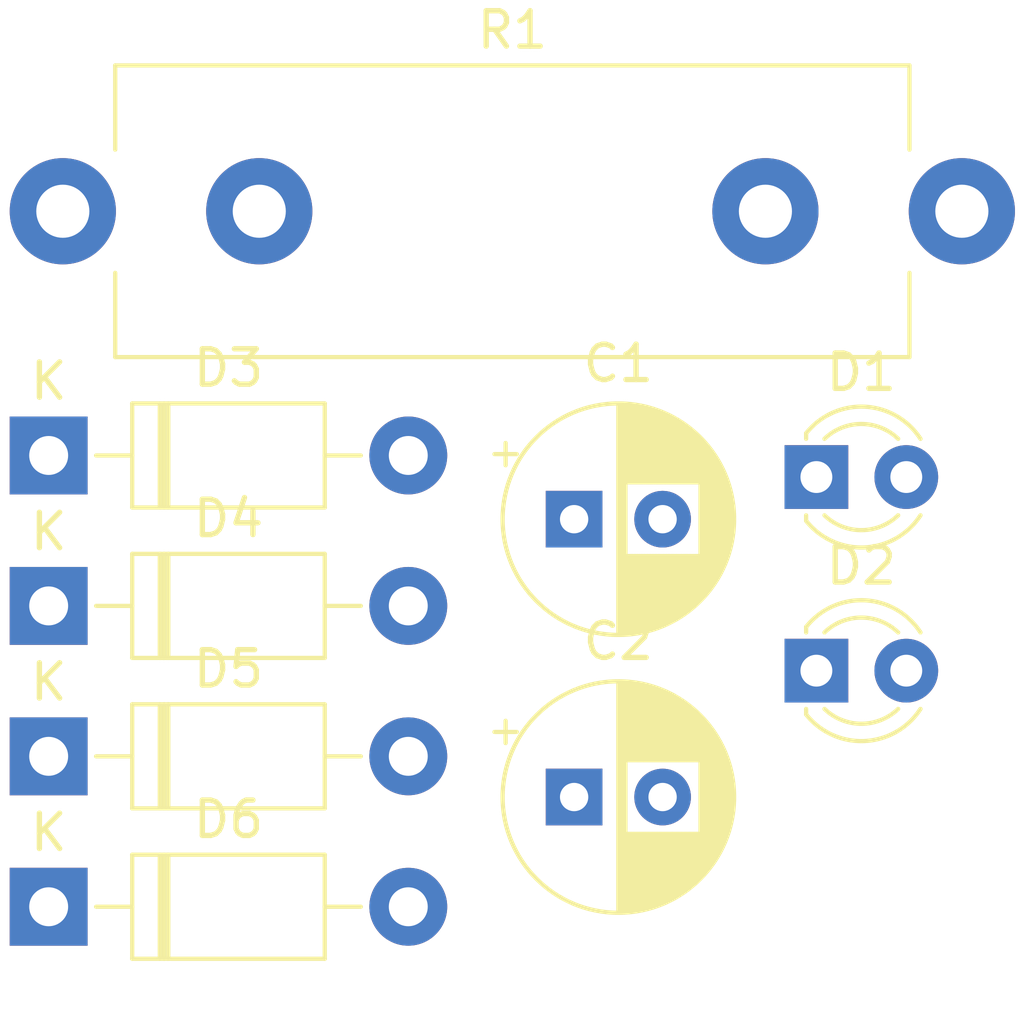
<source format=kicad_pcb>
(kicad_pcb (version 20240108) (generator "pcbnew") (generator_version "8.0")
  (layers (0 "F.Cu" signal) (31 "B.Cu" signal) (34 "B.Paste" user) (35 "F.Paste" user) (36 "B.SilkS" user "B.Silkscreen") (37 "F.SilkS" user "F.Silkscreen") (38 "B.Mask" user) (39 "F.Mask" user) (44 "Edge.Cuts" user))
  (net 0 "")
  (net 1 "Net-(D1-K)")
  (net 2 "Net-(D1-A)")
  (net 3 "Net-(D2-A)")
  (net 4 "VAC")
  (net 5 "Net-(D4-A)")
  (net 6 "Net-(D5-A)")
  (footprint "Capacitor_THT:CP_Radial_D6.3mm_P2.50mm" (layer "F.Cu") (at 16.220241 20.825)
    (property "Reference" "C2" (at 1.25 -4.4 0) (layer "F.SilkS"))
    (property "Value" "100uF")
    (fp_line (start -2.250241 -1.839) (end -1.620241 -1.839) (stroke (width 0.12)) (layer "F.SilkS"))
    (fp_line (start -1.935241 -2.154) (end -1.935241 -1.524) (stroke (width 0.12)) (layer "F.SilkS"))
    (fp_line (start 1.25 -3.23) (end 1.25 3.23) (stroke (width 0.12)) (layer "F.SilkS"))
    (fp_line (start 1.29 -3.23) (end 1.29 3.23) (stroke (width 0.12)) (layer "F.SilkS"))
    (fp_line (start 1.33 -3.23) (end 1.33 3.23) (stroke (width 0.12)) (layer "F.SilkS"))
    (fp_line (start 1.37 -3.228) (end 1.37 3.228) (stroke (width 0.12)) (layer "F.SilkS"))
    (fp_line (start 1.41 -3.227) (end 1.41 3.227) (stroke (width 0.12)) (layer "F.SilkS"))
    (fp_line (start 1.45 -3.224) (end 1.45 3.224) (stroke (width 0.12)) (layer "F.SilkS"))
    (fp_line (start 1.49 -3.222) (end 1.49 -1.04) (stroke (width 0.12)) (layer "F.SilkS"))
    (fp_line (start 1.49 1.04) (end 1.49 3.222) (stroke (width 0.12)) (layer "F.SilkS"))
    (fp_line (start 1.53 -3.218) (end 1.53 -1.04) (stroke (width 0.12)) (layer "F.SilkS"))
    (fp_line (start 1.53 1.04) (end 1.53 3.218) (stroke (width 0.12)) (layer "F.SilkS"))
    (fp_line (start 1.57 -3.215) (end 1.57 -1.04) (stroke (width 0.12)) (layer "F.SilkS"))
    (fp_line (start 1.57 1.04) (end 1.57 3.215) (stroke (width 0.12)) (layer "F.SilkS"))
    (fp_line (start 1.61 -3.211) (end 1.61 -1.04) (stroke (width 0.12)) (layer "F.SilkS"))
    (fp_line (start 1.61 1.04) (end 1.61 3.211) (stroke (width 0.12)) (layer "F.SilkS"))
    (fp_line (start 1.65 -3.206) (end 1.65 -1.04) (stroke (width 0.12)) (layer "F.SilkS"))
    (fp_line (start 1.65 1.04) (end 1.65 3.206) (stroke (width 0.12)) (layer "F.SilkS"))
    (fp_line (start 1.69 -3.201) (end 1.69 -1.04) (stroke (width 0.12)) (layer "F.SilkS"))
    (fp_line (start 1.69 1.04) (end 1.69 3.201) (stroke (width 0.12)) (layer "F.SilkS"))
    (fp_line (start 1.73 -3.195) (end 1.73 -1.04) (stroke (width 0.12)) (layer "F.SilkS"))
    (fp_line (start 1.73 1.04) (end 1.73 3.195) (stroke (width 0.12)) (layer "F.SilkS"))
    (fp_line (start 1.77 -3.189) (end 1.77 -1.04) (stroke (width 0.12)) (layer "F.SilkS"))
    (fp_line (start 1.77 1.04) (end 1.77 3.189) (stroke (width 0.12)) (layer "F.SilkS"))
    (fp_line (start 1.81 -3.182) (end 1.81 -1.04) (stroke (width 0.12)) (layer "F.SilkS"))
    (fp_line (start 1.81 1.04) (end 1.81 3.182) (stroke (width 0.12)) (layer "F.SilkS"))
    (fp_line (start 1.85 -3.175) (end 1.85 -1.04) (stroke (width 0.12)) (layer "F.SilkS"))
    (fp_line (start 1.85 1.04) (end 1.85 3.175) (stroke (width 0.12)) (layer "F.SilkS"))
    (fp_line (start 1.89 -3.167) (end 1.89 -1.04) (stroke (width 0.12)) (layer "F.SilkS"))
    (fp_line (start 1.89 1.04) (end 1.89 3.167) (stroke (width 0.12)) (layer "F.SilkS"))
    (fp_line (start 1.93 -3.159) (end 1.93 -1.04) (stroke (width 0.12)) (layer "F.SilkS"))
    (fp_line (start 1.93 1.04) (end 1.93 3.159) (stroke (width 0.12)) (layer "F.SilkS"))
    (fp_line (start 1.971 -3.15) (end 1.971 -1.04) (stroke (width 0.12)) (layer "F.SilkS"))
    (fp_line (start 1.971 1.04) (end 1.971 3.15) (stroke (width 0.12)) (layer "F.SilkS"))
    (fp_line (start 2.011 -3.141) (end 2.011 -1.04) (stroke (width 0.12)) (layer "F.SilkS"))
    (fp_line (start 2.011 1.04) (end 2.011 3.141) (stroke (width 0.12)) (layer "F.SilkS"))
    (fp_line (start 2.051 -3.131) (end 2.051 -1.04) (stroke (width 0.12)) (layer "F.SilkS"))
    (fp_line (start 2.051 1.04) (end 2.051 3.131) (stroke (width 0.12)) (layer "F.SilkS"))
    (fp_line (start 2.091 -3.121) (end 2.091 -1.04) (stroke (width 0.12)) (layer "F.SilkS"))
    (fp_line (start 2.091 1.04) (end 2.091 3.121) (stroke (width 0.12)) (layer "F.SilkS"))
    (fp_line (start 2.131 -3.11) (end 2.131 -1.04) (stroke (width 0.12)) (layer "F.SilkS"))
    (fp_line (start 2.131 1.04) (end 2.131 3.11) (stroke (width 0.12)) (layer "F.SilkS"))
    (fp_line (start 2.171 -3.098) (end 2.171 -1.04) (stroke (width 0.12)) (layer "F.SilkS"))
    (fp_line (start 2.171 1.04) (end 2.171 3.098) (stroke (width 0.12)) (layer "F.SilkS"))
    (fp_line (start 2.211 -3.086) (end 2.211 -1.04) (stroke (width 0.12)) (layer "F.SilkS"))
    (fp_line (start 2.211 1.04) (end 2.211 3.086) (stroke (width 0.12)) (layer "F.SilkS"))
    (fp_line (start 2.251 -3.074) (end 2.251 -1.04) (stroke (width 0.12)) (layer "F.SilkS"))
    (fp_line (start 2.251 1.04) (end 2.251 3.074) (stroke (width 0.12)) (layer "F.SilkS"))
    (fp_line (start 2.291 -3.061) (end 2.291 -1.04) (stroke (width 0.12)) (layer "F.SilkS"))
    (fp_line (start 2.291 1.04) (end 2.291 3.061) (stroke (width 0.12)) (layer "F.SilkS"))
    (fp_line (start 2.331 -3.047) (end 2.331 -1.04) (stroke (width 0.12)) (layer "F.SilkS"))
    (fp_line (start 2.331 1.04) (end 2.331 3.047) (stroke (width 0.12)) (layer "F.SilkS"))
    (fp_line (start 2.371 -3.033) (end 2.371 -1.04) (stroke (width 0.12)) (layer "F.SilkS"))
    (fp_line (start 2.371 1.04) (end 2.371 3.033) (stroke (width 0.12)) (layer "F.SilkS"))
    (fp_line (start 2.411 -3.018) (end 2.411 -1.04) (stroke (width 0.12)) (layer "F.SilkS"))
    (fp_line (start 2.411 1.04) (end 2.411 3.018) (stroke (width 0.12)) (layer "F.SilkS"))
    (fp_line (start 2.451 -3.002) (end 2.451 -1.04) (stroke (width 0.12)) (layer "F.SilkS"))
    (fp_line (start 2.451 1.04) (end 2.451 3.002) (stroke (width 0.12)) (layer "F.SilkS"))
    (fp_line (start 2.491 -2.986) (end 2.491 -1.04) (stroke (width 0.12)) (layer "F.SilkS"))
    (fp_line (start 2.491 1.04) (end 2.491 2.986) (stroke (width 0.12)) (layer "F.SilkS"))
    (fp_line (start 2.531 -2.97) (end 2.531 -1.04) (stroke (width 0.12)) (layer "F.SilkS"))
    (fp_line (start 2.531 1.04) (end 2.531 2.97) (stroke (width 0.12)) (layer "F.SilkS"))
    (fp_line (start 2.571 -2.952) (end 2.571 -1.04) (stroke (width 0.12)) (layer "F.SilkS"))
    (fp_line (start 2.571 1.04) (end 2.571 2.952) (stroke (width 0.12)) (layer "F.SilkS"))
    (fp_line (start 2.611 -2.934) (end 2.611 -1.04) (stroke (width 0.12)) (layer "F.SilkS"))
    (fp_line (start 2.611 1.04) (end 2.611 2.934) (stroke (width 0.12)) (layer "F.SilkS"))
    (fp_line (start 2.651 -2.916) (end 2.651 -1.04) (stroke (width 0.12)) (layer "F.SilkS"))
    (fp_line (start 2.651 1.04) (end 2.651 2.916) (stroke (width 0.12)) (layer "F.SilkS"))
    (fp_line (start 2.691 -2.896) (end 2.691 -1.04) (stroke (width 0.12)) (layer "F.SilkS"))
    (fp_line (start 2.691 1.04) (end 2.691 2.896) (stroke (width 0.12)) (layer "F.SilkS"))
    (fp_line (start 2.731 -2.876) (end 2.731 -1.04) (stroke (width 0.12)) (layer "F.SilkS"))
    (fp_line (start 2.731 1.04) (end 2.731 2.876) (stroke (width 0.12)) (layer "F.SilkS"))
    (fp_line (start 2.771 -2.856) (end 2.771 -1.04) (stroke (width 0.12)) (layer "F.SilkS"))
    (fp_line (start 2.771 1.04) (end 2.771 2.856) (stroke (width 0.12)) (layer "F.SilkS"))
    (fp_line (start 2.811 -2.834) (end 2.811 -1.04) (stroke (width 0.12)) (layer "F.SilkS"))
    (fp_line (start 2.811 1.04) (end 2.811 2.834) (stroke (width 0.12)) (layer "F.SilkS"))
    (fp_line (start 2.851 -2.812) (end 2.851 -1.04) (stroke (width 0.12)) (layer "F.SilkS"))
    (fp_line (start 2.851 1.04) (end 2.851 2.812) (stroke (width 0.12)) (layer "F.SilkS"))
    (fp_line (start 2.891 -2.79) (end 2.891 -1.04) (stroke (width 0.12)) (layer "F.SilkS"))
    (fp_line (start 2.891 1.04) (end 2.891 2.79) (stroke (width 0.12)) (layer "F.SilkS"))
    (fp_line (start 2.931 -2.766) (end 2.931 -1.04) (stroke (width 0.12)) (layer "F.SilkS"))
    (fp_line (start 2.931 1.04) (end 2.931 2.766) (stroke (width 0.12)) (layer "F.SilkS"))
    (fp_line (start 2.971 -2.742) (end 2.971 -1.04) (stroke (width 0.12)) (layer "F.SilkS"))
    (fp_line (start 2.971 1.04) (end 2.971 2.742) (stroke (width 0.12)) (layer "F.SilkS"))
    (fp_line (start 3.011 -2.716) (end 3.011 -1.04) (stroke (width 0.12)) (layer "F.SilkS"))
    (fp_line (start 3.011 1.04) (end 3.011 2.716) (stroke (width 0.12)) (layer "F.SilkS"))
    (fp_line (start 3.051 -2.69) (end 3.051 -1.04) (stroke (width 0.12)) (layer "F.SilkS"))
    (fp_line (start 3.051 1.04) (end 3.051 2.69) (stroke (width 0.12)) (layer "F.SilkS"))
    (fp_line (start 3.091 -2.664) (end 3.091 -1.04) (stroke (width 0.12)) (layer "F.SilkS"))
    (fp_line (start 3.091 1.04) (end 3.091 2.664) (stroke (width 0.12)) (layer "F.SilkS"))
    (fp_line (start 3.131 -2.636) (end 3.131 -1.04) (stroke (width 0.12)) (layer "F.SilkS"))
    (fp_line (start 3.131 1.04) (end 3.131 2.636) (stroke (width 0.12)) (layer "F.SilkS"))
    (fp_line (start 3.171 -2.607) (end 3.171 -1.04) (stroke (width 0.12)) (layer "F.SilkS"))
    (fp_line (start 3.171 1.04) (end 3.171 2.607) (stroke (width 0.12)) (layer "F.SilkS"))
    (fp_line (start 3.211 -2.578) (end 3.211 -1.04) (stroke (width 0.12)) (layer "F.SilkS"))
    (fp_line (start 3.211 1.04) (end 3.211 2.578) (stroke (width 0.12)) (layer "F.SilkS"))
    (fp_line (start 3.251 -2.548) (end 3.251 -1.04) (stroke (width 0.12)) (layer "F.SilkS"))
    (fp_line (start 3.251 1.04) (end 3.251 2.548) (stroke (width 0.12)) (layer "F.SilkS"))
    (fp_line (start 3.291 -2.516) (end 3.291 -1.04) (stroke (width 0.12)) (layer "F.SilkS"))
    (fp_line (start 3.291 1.04) (end 3.291 2.516) (stroke (width 0.12)) (layer "F.SilkS"))
    (fp_line (start 3.331 -2.484) (end 3.331 -1.04) (stroke (width 0.12)) (layer "F.SilkS"))
    (fp_line (start 3.331 1.04) (end 3.331 2.484) (stroke (width 0.12)) (layer "F.SilkS"))
    (fp_line (start 3.371 -2.45) (end 3.371 -1.04) (stroke (width 0.12)) (layer "F.SilkS"))
    (fp_line (start 3.371 1.04) (end 3.371 2.45) (stroke (width 0.12)) (layer "F.SilkS"))
    (fp_line (start 3.411 -2.416) (end 3.411 -1.04) (stroke (width 0.12)) (layer "F.SilkS"))
    (fp_line (start 3.411 1.04) (end 3.411 2.416) (stroke (width 0.12)) (layer "F.SilkS"))
    (fp_line (start 3.451 -2.38) (end 3.451 -1.04) (stroke (width 0.12)) (layer "F.SilkS"))
    (fp_line (start 3.451 1.04) (end 3.451 2.38) (stroke (width 0.12)) (layer "F.SilkS"))
    (fp_line (start 3.491 -2.343) (end 3.491 -1.04) (stroke (width 0.12)) (layer "F.SilkS"))
    (fp_line (start 3.491 1.04) (end 3.491 2.343) (stroke (width 0.12)) (layer "F.SilkS"))
    (fp_line (start 3.531 -2.305) (end 3.531 -1.04) (stroke (width 0.12)) (layer "F.SilkS"))
    (fp_line (start 3.531 1.04) (end 3.531 2.305) (stroke (width 0.12)) (layer "F.SilkS"))
    (fp_line (start 3.571 -2.265) (end 3.571 2.265) (stroke (width 0.12)) (layer "F.SilkS"))
    (fp_line (start 3.611 -2.224) (end 3.611 2.224) (stroke (width 0.12)) (layer "F.SilkS"))
    (fp_line (start 3.651 -2.182) (end 3.651 2.182) (stroke (width 0.12)) (layer "F.SilkS"))
    (fp_line (start 3.691 -2.137) (end 3.691 2.137) (stroke (width 0.12)) (layer "F.SilkS"))
    (fp_line (start 3.731 -2.092) (end 3.731 2.092) (stroke (width 0.12)) (layer "F.SilkS"))
    (fp_line (start 3.771 -2.044) (end 3.771 2.044) (stroke (width 0.12)) (layer "F.SilkS"))
    (fp_line (start 3.811 -1.995) (end 3.811 1.995) (stroke (width 0.12)) (layer "F.SilkS"))
    (fp_line (start 3.851 -1.944) (end 3.851 1.944) (stroke (width 0.12)) (layer "F.SilkS"))
    (fp_line (start 3.891 -1.89) (end 3.891 1.89) (stroke (width 0.12)) (layer "F.SilkS"))
    (fp_line (start 3.931 -1.834) (end 3.931 1.834) (stroke (width 0.12)) (layer "F.SilkS"))
    (fp_line (start 3.971 -1.776) (end 3.971 1.776) (stroke (width 0.12)) (layer "F.SilkS"))
    (fp_line (start 4.011 -1.714) (end 4.011 1.714) (stroke (width 0.12)) (layer "F.SilkS"))
    (fp_line (start 4.051 -1.65) (end 4.051 1.65) (stroke (width 0.12)) (layer "F.SilkS"))
    (fp_line (start 4.091 -1.581) (end 4.091 1.581) (stroke (width 0.12)) (layer "F.SilkS"))
    (fp_line (start 4.131 -1.509) (end 4.131 1.509) (stroke (width 0.12)) (layer "F.SilkS"))
    (fp_line (start 4.171 -1.432) (end 4.171 1.432) (stroke (width 0.12)) (layer "F.SilkS"))
    (fp_line (start 4.211 -1.35) (end 4.211 1.35) (stroke (width 0.12)) (layer "F.SilkS"))
    (fp_line (start 4.251 -1.262) (end 4.251 1.262) (stroke (width 0.12)) (layer "F.SilkS"))
    (fp_line (start 4.291 -1.165) (end 4.291 1.165) (stroke (width 0.12)) (layer "F.SilkS"))
    (fp_line (start 4.331 -1.059) (end 4.331 1.059) (stroke (width 0.12)) (layer "F.SilkS"))
    (fp_line (start 4.371 -0.94) (end 4.371 0.94) (stroke (width 0.12)) (layer "F.SilkS"))
    (fp_line (start 4.411 -0.802) (end 4.411 0.802) (stroke (width 0.12)) (layer "F.SilkS"))
    (fp_line (start 4.451 -0.633) (end 4.451 0.633) (stroke (width 0.12)) (layer "F.SilkS"))
    (fp_line (start 4.491 -0.402) (end 4.491 0.402) (stroke (width 0.12)) (layer "F.SilkS"))
    (fp_circle (center 1.25 0) (end 4.52 0) (stroke (width 0.12)) (fill none) (layer "F.SilkS"))
    (pad "1" thru_hole rect (at 0 0) (size 1.6 1.6) (drill 0.8) (layers "*.Cu" "*.Mask") (net 1 "Net-(D1-K)"))
    (pad "2" thru_hole circle (at 2.5 0) (size 1.6 1.6) (drill 0.8) (layers "*.Cu" "*.Mask") (net 3 "Net-(D2-A)"))
  )
  (footprint "Diode_THT:D_DO-41_SOD81_P10.16mm_Horizontal" (layer "F.Cu") (at 1.375 11.175)
    (property "Reference" "D3" (at 5.08 -2.47 0) (layer "F.SilkS"))
    (property "Value" "1N4007")
    (fp_line (start 1.34 0) (end 2.36 0) (stroke (width 0.12)) (layer "F.SilkS"))
    (fp_line (start 2.36 -1.47) (end 2.36 1.47) (stroke (width 0.12)) (layer "F.SilkS"))
    (fp_line (start 2.36 1.47) (end 7.8 1.47) (stroke (width 0.12)) (layer "F.SilkS"))
    (fp_line (start 3.14 -1.47) (end 3.14 1.47) (stroke (width 0.12)) (layer "F.SilkS"))
    (fp_line (start 3.26 -1.47) (end 3.26 1.47) (stroke (width 0.12)) (layer "F.SilkS"))
    (fp_line (start 3.38 -1.47) (end 3.38 1.47) (stroke (width 0.12)) (layer "F.SilkS"))
    (fp_line (start 7.8 -1.47) (end 2.36 -1.47) (stroke (width 0.12)) (layer "F.SilkS"))
    (fp_line (start 7.8 1.47) (end 7.8 -1.47) (stroke (width 0.12)) (layer "F.SilkS"))
    (fp_line (start 8.82 0) (end 7.8 0) (stroke (width 0.12)) (layer "F.SilkS"))
    (fp_text user "K" (at 0 -2.1 0) (layer "F.SilkS"))
    (pad "1" thru_hole rect (at 0 0) (size 2.2 2.2) (drill 1.1) (layers "*.Cu" "*.Mask") (net 1 "Net-(D1-K)"))
    (pad "2" thru_hole oval (at 10.16 0) (size 2.2 2.2) (drill 1.1) (layers "*.Cu" "*.Mask") (net 4 "VAC"))
  )
  (footprint "LED_THT:LED_D3.0mm" (layer "F.Cu") (at 23.065 17.255)
    (property "Reference" "D2" (at 1.27 -2.96 0) (layer "F.SilkS"))
    (property "Value" "LED")
    (fp_line (start -0.29 -1.236) (end -0.29 -1.08) (stroke (width 0.12)) (layer "F.SilkS"))
    (fp_line (start -0.29 1.08) (end -0.29 1.236) (stroke (width 0.12)) (layer "F.SilkS"))
    (fp_arc (start -0.29 -1.235516) (mid 1.365624 -1.987701) (end 2.941397 -1.080061) (stroke (width 0.12)) (layer "F.SilkS"))
    (fp_arc (start 0.229039 -1.08) (mid 1.269965 -1.5) (end 2.31091 -1.080049) (stroke (width 0.12)) (layer "F.SilkS"))
    (fp_arc (start 2.31091 1.080049) (mid 1.269965 1.5) (end 0.229039 1.08) (stroke (width 0.12)) (layer "F.SilkS"))
    (fp_arc (start 2.941397 1.080061) (mid 1.365624 1.987701) (end -0.29 1.235516) (stroke (width 0.12)) (layer "F.SilkS"))
    (pad "1" thru_hole rect (at 0 0) (size 1.8 1.8) (drill 0.9) (layers "*.Cu" "*.Mask") (net 1 "Net-(D1-K)"))
    (pad "2" thru_hole circle (at 2.54 0) (size 1.8 1.8) (drill 0.9) (layers "*.Cu" "*.Mask") (net 3 "Net-(D2-A)"))
  )
  (footprint "Diode_THT:D_DO-41_SOD81_P10.16mm_Horizontal" (layer "F.Cu") (at 1.375 15.425)
    (property "Reference" "D4" (at 5.08 -2.47 0) (layer "F.SilkS"))
    (property "Value" "1N4007")
    (fp_line (start 1.34 0) (end 2.36 0) (stroke (width 0.12)) (layer "F.SilkS"))
    (fp_line (start 2.36 -1.47) (end 2.36 1.47) (stroke (width 0.12)) (layer "F.SilkS"))
    (fp_line (start 2.36 1.47) (end 7.8 1.47) (stroke (width 0.12)) (layer "F.SilkS"))
    (fp_line (start 3.14 -1.47) (end 3.14 1.47) (stroke (width 0.12)) (layer "F.SilkS"))
    (fp_line (start 3.26 -1.47) (end 3.26 1.47) (stroke (width 0.12)) (layer "F.SilkS"))
    (fp_line (start 3.38 -1.47) (end 3.38 1.47) (stroke (width 0.12)) (layer "F.SilkS"))
    (fp_line (start 7.8 -1.47) (end 2.36 -1.47) (stroke (width 0.12)) (layer "F.SilkS"))
    (fp_line (start 7.8 1.47) (end 7.8 -1.47) (stroke (width 0.12)) (layer "F.SilkS"))
    (fp_line (start 8.82 0) (end 7.8 0) (stroke (width 0.12)) (layer "F.SilkS"))
    (fp_text user "K" (at 0 -2.1 0) (layer "F.SilkS"))
    (pad "1" thru_hole rect (at 0 0) (size 2.2 2.2) (drill 1.1) (layers "*.Cu" "*.Mask") (net 1 "Net-(D1-K)"))
    (pad "2" thru_hole oval (at 10.16 0) (size 2.2 2.2) (drill 1.1) (layers "*.Cu" "*.Mask") (net 5 "Net-(D4-A)"))
  )
  (footprint "Capacitor_THT:CP_Radial_D6.3mm_P2.50mm" (layer "F.Cu") (at 16.220241 12.975)
    (property "Reference" "C1" (at 1.25 -4.4 0) (layer "F.SilkS"))
    (property "Value" "100uF")
    (fp_line (start -2.250241 -1.839) (end -1.620241 -1.839) (stroke (width 0.12)) (layer "F.SilkS"))
    (fp_line (start -1.935241 -2.154) (end -1.935241 -1.524) (stroke (width 0.12)) (layer "F.SilkS"))
    (fp_line (start 1.25 -3.23) (end 1.25 3.23) (stroke (width 0.12)) (layer "F.SilkS"))
    (fp_line (start 1.29 -3.23) (end 1.29 3.23) (stroke (width 0.12)) (layer "F.SilkS"))
    (fp_line (start 1.33 -3.23) (end 1.33 3.23) (stroke (width 0.12)) (layer "F.SilkS"))
    (fp_line (start 1.37 -3.228) (end 1.37 3.228) (stroke (width 0.12)) (layer "F.SilkS"))
    (fp_line (start 1.41 -3.227) (end 1.41 3.227) (stroke (width 0.12)) (layer "F.SilkS"))
    (fp_line (start 1.45 -3.224) (end 1.45 3.224) (stroke (width 0.12)) (layer "F.SilkS"))
    (fp_line (start 1.49 -3.222) (end 1.49 -1.04) (stroke (width 0.12)) (layer "F.SilkS"))
    (fp_line (start 1.49 1.04) (end 1.49 3.222) (stroke (width 0.12)) (layer "F.SilkS"))
    (fp_line (start 1.53 -3.218) (end 1.53 -1.04) (stroke (width 0.12)) (layer "F.SilkS"))
    (fp_line (start 1.53 1.04) (end 1.53 3.218) (stroke (width 0.12)) (layer "F.SilkS"))
    (fp_line (start 1.57 -3.215) (end 1.57 -1.04) (stroke (width 0.12)) (layer "F.SilkS"))
    (fp_line (start 1.57 1.04) (end 1.57 3.215) (stroke (width 0.12)) (layer "F.SilkS"))
    (fp_line (start 1.61 -3.211) (end 1.61 -1.04) (stroke (width 0.12)) (layer "F.SilkS"))
    (fp_line (start 1.61 1.04) (end 1.61 3.211) (stroke (width 0.12)) (layer "F.SilkS"))
    (fp_line (start 1.65 -3.206) (end 1.65 -1.04) (stroke (width 0.12)) (layer "F.SilkS"))
    (fp_line (start 1.65 1.04) (end 1.65 3.206) (stroke (width 0.12)) (layer "F.SilkS"))
    (fp_line (start 1.69 -3.201) (end 1.69 -1.04) (stroke (width 0.12)) (layer "F.SilkS"))
    (fp_line (start 1.69 1.04) (end 1.69 3.201) (stroke (width 0.12)) (layer "F.SilkS"))
    (fp_line (start 1.73 -3.195) (end 1.73 -1.04) (stroke (width 0.12)) (layer "F.SilkS"))
    (fp_line (start 1.73 1.04) (end 1.73 3.195) (stroke (width 0.12)) (layer "F.SilkS"))
    (fp_line (start 1.77 -3.189) (end 1.77 -1.04) (stroke (width 0.12)) (layer "F.SilkS"))
    (fp_line (start 1.77 1.04) (end 1.77 3.189) (stroke (width 0.12)) (layer "F.SilkS"))
    (fp_line (start 1.81 -3.182) (end 1.81 -1.04) (stroke (width 0.12)) (layer "F.SilkS"))
    (fp_line (start 1.81 1.04) (end 1.81 3.182) (stroke (width 0.12)) (layer "F.SilkS"))
    (fp_line (start 1.85 -3.175) (end 1.85 -1.04) (stroke (width 0.12)) (layer "F.SilkS"))
    (fp_line (start 1.85 1.04) (end 1.85 3.175) (stroke (width 0.12)) (layer "F.SilkS"))
    (fp_line (start 1.89 -3.167) (end 1.89 -1.04) (stroke (width 0.12)) (layer "F.SilkS"))
    (fp_line (start 1.89 1.04) (end 1.89 3.167) (stroke (width 0.12)) (layer "F.SilkS"))
    (fp_line (start 1.93 -3.159) (end 1.93 -1.04) (stroke (width 0.12)) (layer "F.SilkS"))
    (fp_line (start 1.93 1.04) (end 1.93 3.159) (stroke (width 0.12)) (layer "F.SilkS"))
    (fp_line (start 1.971 -3.15) (end 1.971 -1.04) (stroke (width 0.12)) (layer "F.SilkS"))
    (fp_line (start 1.971 1.04) (end 1.971 3.15) (stroke (width 0.12)) (layer "F.SilkS"))
    (fp_line (start 2.011 -3.141) (end 2.011 -1.04) (stroke (width 0.12)) (layer "F.SilkS"))
    (fp_line (start 2.011 1.04) (end 2.011 3.141) (stroke (width 0.12)) (layer "F.SilkS"))
    (fp_line (start 2.051 -3.131) (end 2.051 -1.04) (stroke (width 0.12)) (layer "F.SilkS"))
    (fp_line (start 2.051 1.04) (end 2.051 3.131) (stroke (width 0.12)) (layer "F.SilkS"))
    (fp_line (start 2.091 -3.121) (end 2.091 -1.04) (stroke (width 0.12)) (layer "F.SilkS"))
    (fp_line (start 2.091 1.04) (end 2.091 3.121) (stroke (width 0.12)) (layer "F.SilkS"))
    (fp_line (start 2.131 -3.11) (end 2.131 -1.04) (stroke (width 0.12)) (layer "F.SilkS"))
    (fp_line (start 2.131 1.04) (end 2.131 3.11) (stroke (width 0.12)) (layer "F.SilkS"))
    (fp_line (start 2.171 -3.098) (end 2.171 -1.04) (stroke (width 0.12)) (layer "F.SilkS"))
    (fp_line (start 2.171 1.04) (end 2.171 3.098) (stroke (width 0.12)) (layer "F.SilkS"))
    (fp_line (start 2.211 -3.086) (end 2.211 -1.04) (stroke (width 0.12)) (layer "F.SilkS"))
    (fp_line (start 2.211 1.04) (end 2.211 3.086) (stroke (width 0.12)) (layer "F.SilkS"))
    (fp_line (start 2.251 -3.074) (end 2.251 -1.04) (stroke (width 0.12)) (layer "F.SilkS"))
    (fp_line (start 2.251 1.04) (end 2.251 3.074) (stroke (width 0.12)) (layer "F.SilkS"))
    (fp_line (start 2.291 -3.061) (end 2.291 -1.04) (stroke (width 0.12)) (layer "F.SilkS"))
    (fp_line (start 2.291 1.04) (end 2.291 3.061) (stroke (width 0.12)) (layer "F.SilkS"))
    (fp_line (start 2.331 -3.047) (end 2.331 -1.04) (stroke (width 0.12)) (layer "F.SilkS"))
    (fp_line (start 2.331 1.04) (end 2.331 3.047) (stroke (width 0.12)) (layer "F.SilkS"))
    (fp_line (start 2.371 -3.033) (end 2.371 -1.04) (stroke (width 0.12)) (layer "F.SilkS"))
    (fp_line (start 2.371 1.04) (end 2.371 3.033) (stroke (width 0.12)) (layer "F.SilkS"))
    (fp_line (start 2.411 -3.018) (end 2.411 -1.04) (stroke (width 0.12)) (layer "F.SilkS"))
    (fp_line (start 2.411 1.04) (end 2.411 3.018) (stroke (width 0.12)) (layer "F.SilkS"))
    (fp_line (start 2.451 -3.002) (end 2.451 -1.04) (stroke (width 0.12)) (layer "F.SilkS"))
    (fp_line (start 2.451 1.04) (end 2.451 3.002) (stroke (width 0.12)) (layer "F.SilkS"))
    (fp_line (start 2.491 -2.986) (end 2.491 -1.04) (stroke (width 0.12)) (layer "F.SilkS"))
    (fp_line (start 2.491 1.04) (end 2.491 2.986) (stroke (width 0.12)) (layer "F.SilkS"))
    (fp_line (start 2.531 -2.97) (end 2.531 -1.04) (stroke (width 0.12)) (layer "F.SilkS"))
    (fp_line (start 2.531 1.04) (end 2.531 2.97) (stroke (width 0.12)) (layer "F.SilkS"))
    (fp_line (start 2.571 -2.952) (end 2.571 -1.04) (stroke (width 0.12)) (layer "F.SilkS"))
    (fp_line (start 2.571 1.04) (end 2.571 2.952) (stroke (width 0.12)) (layer "F.SilkS"))
    (fp_line (start 2.611 -2.934) (end 2.611 -1.04) (stroke (width 0.12)) (layer "F.SilkS"))
    (fp_line (start 2.611 1.04) (end 2.611 2.934) (stroke (width 0.12)) (layer "F.SilkS"))
    (fp_line (start 2.651 -2.916) (end 2.651 -1.04) (stroke (width 0.12)) (layer "F.SilkS"))
    (fp_line (start 2.651 1.04) (end 2.651 2.916) (stroke (width 0.12)) (layer "F.SilkS"))
    (fp_line (start 2.691 -2.896) (end 2.691 -1.04) (stroke (width 0.12)) (layer "F.SilkS"))
    (fp_line (start 2.691 1.04) (end 2.691 2.896) (stroke (width 0.12)) (layer "F.SilkS"))
    (fp_line (start 2.731 -2.876) (end 2.731 -1.04) (stroke (width 0.12)) (layer "F.SilkS"))
    (fp_line (start 2.731 1.04) (end 2.731 2.876) (stroke (width 0.12)) (layer "F.SilkS"))
    (fp_line (start 2.771 -2.856) (end 2.771 -1.04) (stroke (width 0.12)) (layer "F.SilkS"))
    (fp_line (start 2.771 1.04) (end 2.771 2.856) (stroke (width 0.12)) (layer "F.SilkS"))
    (fp_line (start 2.811 -2.834) (end 2.811 -1.04) (stroke (width 0.12)) (layer "F.SilkS"))
    (fp_line (start 2.811 1.04) (end 2.811 2.834) (stroke (width 0.12)) (layer "F.SilkS"))
    (fp_line (start 2.851 -2.812) (end 2.851 -1.04) (stroke (width 0.12)) (layer "F.SilkS"))
    (fp_line (start 2.851 1.04) (end 2.851 2.812) (stroke (width 0.12)) (layer "F.SilkS"))
    (fp_line (start 2.891 -2.79) (end 2.891 -1.04) (stroke (width 0.12)) (layer "F.SilkS"))
    (fp_line (start 2.891 1.04) (end 2.891 2.79) (stroke (width 0.12)) (layer "F.SilkS"))
    (fp_line (start 2.931 -2.766) (end 2.931 -1.04) (stroke (width 0.12)) (layer "F.SilkS"))
    (fp_line (start 2.931 1.04) (end 2.931 2.766) (stroke (width 0.12)) (layer "F.SilkS"))
    (fp_line (start 2.971 -2.742) (end 2.971 -1.04) (stroke (width 0.12)) (layer "F.SilkS"))
    (fp_line (start 2.971 1.04) (end 2.971 2.742) (stroke (width 0.12)) (layer "F.SilkS"))
    (fp_line (start 3.011 -2.716) (end 3.011 -1.04) (stroke (width 0.12)) (layer "F.SilkS"))
    (fp_line (start 3.011 1.04) (end 3.011 2.716) (stroke (width 0.12)) (layer "F.SilkS"))
    (fp_line (start 3.051 -2.69) (end 3.051 -1.04) (stroke (width 0.12)) (layer "F.SilkS"))
    (fp_line (start 3.051 1.04) (end 3.051 2.69) (stroke (width 0.12)) (layer "F.SilkS"))
    (fp_line (start 3.091 -2.664) (end 3.091 -1.04) (stroke (width 0.12)) (layer "F.SilkS"))
    (fp_line (start 3.091 1.04) (end 3.091 2.664) (stroke (width 0.12)) (layer "F.SilkS"))
    (fp_line (start 3.131 -2.636) (end 3.131 -1.04) (stroke (width 0.12)) (layer "F.SilkS"))
    (fp_line (start 3.131 1.04) (end 3.131 2.636) (stroke (width 0.12)) (layer "F.SilkS"))
    (fp_line (start 3.171 -2.607) (end 3.171 -1.04) (stroke (width 0.12)) (layer "F.SilkS"))
    (fp_line (start 3.171 1.04) (end 3.171 2.607) (stroke (width 0.12)) (layer "F.SilkS"))
    (fp_line (start 3.211 -2.578) (end 3.211 -1.04) (stroke (width 0.12)) (layer "F.SilkS"))
    (fp_line (start 3.211 1.04) (end 3.211 2.578) (stroke (width 0.12)) (layer "F.SilkS"))
    (fp_line (start 3.251 -2.548) (end 3.251 -1.04) (stroke (width 0.12)) (layer "F.SilkS"))
    (fp_line (start 3.251 1.04) (end 3.251 2.548) (stroke (width 0.12)) (layer "F.SilkS"))
    (fp_line (start 3.291 -2.516) (end 3.291 -1.04) (stroke (width 0.12)) (layer "F.SilkS"))
    (fp_line (start 3.291 1.04) (end 3.291 2.516) (stroke (width 0.12)) (layer "F.SilkS"))
    (fp_line (start 3.331 -2.484) (end 3.331 -1.04) (stroke (width 0.12)) (layer "F.SilkS"))
    (fp_line (start 3.331 1.04) (end 3.331 2.484) (stroke (width 0.12)) (layer "F.SilkS"))
    (fp_line (start 3.371 -2.45) (end 3.371 -1.04) (stroke (width 0.12)) (layer "F.SilkS"))
    (fp_line (start 3.371 1.04) (end 3.371 2.45) (stroke (width 0.12)) (layer "F.SilkS"))
    (fp_line (start 3.411 -2.416) (end 3.411 -1.04) (stroke (width 0.12)) (layer "F.SilkS"))
    (fp_line (start 3.411 1.04) (end 3.411 2.416) (stroke (width 0.12)) (layer "F.SilkS"))
    (fp_line (start 3.451 -2.38) (end 3.451 -1.04) (stroke (width 0.12)) (layer "F.SilkS"))
    (fp_line (start 3.451 1.04) (end 3.451 2.38) (stroke (width 0.12)) (layer "F.SilkS"))
    (fp_line (start 3.491 -2.343) (end 3.491 -1.04) (stroke (width 0.12)) (layer "F.SilkS"))
    (fp_line (start 3.491 1.04) (end 3.491 2.343) (stroke (width 0.12)) (layer "F.SilkS"))
    (fp_line (start 3.531 -2.305) (end 3.531 -1.04) (stroke (width 0.12)) (layer "F.SilkS"))
    (fp_line (start 3.531 1.04) (end 3.531 2.305) (stroke (width 0.12)) (layer "F.SilkS"))
    (fp_line (start 3.571 -2.265) (end 3.571 2.265) (stroke (width 0.12)) (layer "F.SilkS"))
    (fp_line (start 3.611 -2.224) (end 3.611 2.224) (stroke (width 0.12)) (layer "F.SilkS"))
    (fp_line (start 3.651 -2.182) (end 3.651 2.182) (stroke (width 0.12)) (layer "F.SilkS"))
    (fp_line (start 3.691 -2.137) (end 3.691 2.137) (stroke (width 0.12)) (layer "F.SilkS"))
    (fp_line (start 3.731 -2.092) (end 3.731 2.092) (stroke (width 0.12)) (layer "F.SilkS"))
    (fp_line (start 3.771 -2.044) (end 3.771 2.044) (stroke (width 0.12)) (layer "F.SilkS"))
    (fp_line (start 3.811 -1.995) (end 3.811 1.995) (stroke (width 0.12)) (layer "F.SilkS"))
    (fp_line (start 3.851 -1.944) (end 3.851 1.944) (stroke (width 0.12)) (layer "F.SilkS"))
    (fp_line (start 3.891 -1.89) (end 3.891 1.89) (stroke (width 0.12)) (layer "F.SilkS"))
    (fp_line (start 3.931 -1.834) (end 3.931 1.834) (stroke (width 0.12)) (layer "F.SilkS"))
    (fp_line (start 3.971 -1.776) (end 3.971 1.776) (stroke (width 0.12)) (layer "F.SilkS"))
    (fp_line (start 4.011 -1.714) (end 4.011 1.714) (stroke (width 0.12)) (layer "F.SilkS"))
    (fp_line (start 4.051 -1.65) (end 4.051 1.65) (stroke (width 0.12)) (layer "F.SilkS"))
    (fp_line (start 4.091 -1.581) (end 4.091 1.581) (stroke (width 0.12)) (layer "F.SilkS"))
    (fp_line (start 4.131 -1.509) (end 4.131 1.509) (stroke (width 0.12)) (layer "F.SilkS"))
    (fp_line (start 4.171 -1.432) (end 4.171 1.432) (stroke (width 0.12)) (layer "F.SilkS"))
    (fp_line (start 4.211 -1.35) (end 4.211 1.35) (stroke (width 0.12)) (layer "F.SilkS"))
    (fp_line (start 4.251 -1.262) (end 4.251 1.262) (stroke (width 0.12)) (layer "F.SilkS"))
    (fp_line (start 4.291 -1.165) (end 4.291 1.165) (stroke (width 0.12)) (layer "F.SilkS"))
    (fp_line (start 4.331 -1.059) (end 4.331 1.059) (stroke (width 0.12)) (layer "F.SilkS"))
    (fp_line (start 4.371 -0.94) (end 4.371 0.94) (stroke (width 0.12)) (layer "F.SilkS"))
    (fp_line (start 4.411 -0.802) (end 4.411 0.802) (stroke (width 0.12)) (layer "F.SilkS"))
    (fp_line (start 4.451 -0.633) (end 4.451 0.633) (stroke (width 0.12)) (layer "F.SilkS"))
    (fp_line (start 4.491 -0.402) (end 4.491 0.402) (stroke (width 0.12)) (layer "F.SilkS"))
    (fp_circle (center 1.25 0) (end 4.52 0) (stroke (width 0.12)) (fill none) (layer "F.SilkS"))
    (pad "1" thru_hole rect (at 0 0) (size 1.6 1.6) (drill 0.8) (layers "*.Cu" "*.Mask") (net 1 "Net-(D1-K)"))
    (pad "2" thru_hole circle (at 2.5 0) (size 1.6 1.6) (drill 0.8) (layers "*.Cu" "*.Mask") (net 2 "Net-(D1-A)"))
  )
  (footprint "Diode_THT:D_DO-41_SOD81_P10.16mm_Horizontal" (layer "F.Cu") (at 1.375 19.675)
    (property "Reference" "D5" (at 5.08 -2.47 0) (layer "F.SilkS"))
    (property "Value" "1N4007")
    (fp_line (start 1.34 0) (end 2.36 0) (stroke (width 0.12)) (layer "F.SilkS"))
    (fp_line (start 2.36 -1.47) (end 2.36 1.47) (stroke (width 0.12)) (layer "F.SilkS"))
    (fp_line (start 2.36 1.47) (end 7.8 1.47) (stroke (width 0.12)) (layer "F.SilkS"))
    (fp_line (start 3.14 -1.47) (end 3.14 1.47) (stroke (width 0.12)) (layer "F.SilkS"))
    (fp_line (start 3.26 -1.47) (end 3.26 1.47) (stroke (width 0.12)) (layer "F.SilkS"))
    (fp_line (start 3.38 -1.47) (end 3.38 1.47) (stroke (width 0.12)) (layer "F.SilkS"))
    (fp_line (start 7.8 -1.47) (end 2.36 -1.47) (stroke (width 0.12)) (layer "F.SilkS"))
    (fp_line (start 7.8 1.47) (end 7.8 -1.47) (stroke (width 0.12)) (layer "F.SilkS"))
    (fp_line (start 8.82 0) (end 7.8 0) (stroke (width 0.12)) (layer "F.SilkS"))
    (fp_text user "K" (at 0 -2.1 0) (layer "F.SilkS"))
    (pad "1" thru_hole rect (at 0 0) (size 2.2 2.2) (drill 1.1) (layers "*.Cu" "*.Mask") (net 4 "VAC"))
    (pad "2" thru_hole oval (at 10.16 0) (size 2.2 2.2) (drill 1.1) (layers "*.Cu" "*.Mask") (net 6 "Net-(D5-A)"))
  )
  (footprint "LED_THT:LED_D3.0mm" (layer "F.Cu") (at 23.065 11.785)
    (property "Reference" "D1" (at 1.27 -2.96 0) (layer "F.SilkS"))
    (property "Value" "LED")
    (fp_line (start -0.29 -1.236) (end -0.29 -1.08) (stroke (width 0.12)) (layer "F.SilkS"))
    (fp_line (start -0.29 1.08) (end -0.29 1.236) (stroke (width 0.12)) (layer "F.SilkS"))
    (fp_arc (start -0.29 -1.235516) (mid 1.365624 -1.987701) (end 2.941397 -1.080061) (stroke (width 0.12)) (layer "F.SilkS"))
    (fp_arc (start 0.229039 -1.08) (mid 1.269965 -1.5) (end 2.31091 -1.080049) (stroke (width 0.12)) (layer "F.SilkS"))
    (fp_arc (start 2.31091 1.080049) (mid 1.269965 1.5) (end 0.229039 1.08) (stroke (width 0.12)) (layer "F.SilkS"))
    (fp_arc (start 2.941397 1.080061) (mid 1.365624 1.987701) (end -0.29 1.235516) (stroke (width 0.12)) (layer "F.SilkS"))
    (pad "1" thru_hole rect (at 0 0) (size 1.8 1.8) (drill 0.9) (layers "*.Cu" "*.Mask") (net 1 "Net-(D1-K)"))
    (pad "2" thru_hole circle (at 2.54 0) (size 1.8 1.8) (drill 0.9) (layers "*.Cu" "*.Mask") (net 2 "Net-(D1-A)"))
  )
  (footprint "Diode_THT:D_DO-41_SOD81_P10.16mm_Horizontal" (layer "F.Cu") (at 1.375 23.925)
    (property "Reference" "D6" (at 5.08 -2.47 0) (layer "F.SilkS"))
    (property "Value" "1N4007")
    (fp_line (start 1.34 0) (end 2.36 0) (stroke (width 0.12)) (layer "F.SilkS"))
    (fp_line (start 2.36 -1.47) (end 2.36 1.47) (stroke (width 0.12)) (layer "F.SilkS"))
    (fp_line (start 2.36 1.47) (end 7.8 1.47) (stroke (width 0.12)) (layer "F.SilkS"))
    (fp_line (start 3.14 -1.47) (end 3.14 1.47) (stroke (width 0.12)) (layer "F.SilkS"))
    (fp_line (start 3.26 -1.47) (end 3.26 1.47) (stroke (width 0.12)) (layer "F.SilkS"))
    (fp_line (start 3.38 -1.47) (end 3.38 1.47) (stroke (width 0.12)) (layer "F.SilkS"))
    (fp_line (start 7.8 -1.47) (end 2.36 -1.47) (stroke (width 0.12)) (layer "F.SilkS"))
    (fp_line (start 7.8 1.47) (end 7.8 -1.47) (stroke (width 0.12)) (layer "F.SilkS"))
    (fp_line (start 8.82 0) (end 7.8 0) (stroke (width 0.12)) (layer "F.SilkS"))
    (fp_text user "K" (at 0 -2.1 0) (layer "F.SilkS"))
    (pad "1" thru_hole rect (at 0 0) (size 2.2 2.2) (drill 1.1) (layers "*.Cu" "*.Mask") (net 5 "Net-(D4-A)"))
    (pad "2" thru_hole oval (at 10.16 0) (size 2.2 2.2) (drill 1.1) (layers "*.Cu" "*.Mask") (net 6 "Net-(D5-A)"))
  )
  (footprint "Resistor_THT:R_Axial_Shunt_L22.2mm_W8.0mm_PS14.30mm_P25.40mm" (layer "F.Cu") (at 1.775 4.275)
    (property "Reference" "R1" (at 12.7 -5.12 0) (layer "F.SilkS"))
    (property "Value" "560")
    (fp_line (start 1.48 -4.12) (end 23.92 -4.12) (stroke (width 0.12)) (layer "F.SilkS"))
    (fp_line (start 1.48 -1.74) (end 1.48 -4.12) (stroke (width 0.12)) (layer "F.SilkS"))
    (fp_line (start 1.48 1.74) (end 1.48 4.12) (stroke (width 0.12)) (layer "F.SilkS"))
    (fp_line (start 1.48 4.12) (end 23.92 4.12) (stroke (width 0.12)) (layer "F.SilkS"))
    (fp_line (start 23.92 -4.12) (end 23.92 -1.74) (stroke (width 0.12)) (layer "F.SilkS"))
    (fp_line (start 23.92 4.12) (end 23.92 1.74) (stroke (width 0.12)) (layer "F.SilkS"))
    (pad "1" thru_hole circle (at 0 0) (size 3 3) (drill 1.5) (layers "*.Cu" "*.Mask") (net 1 "Net-(D1-K)"))
    (pad "2" thru_hole oval (at 5.55 0) (size 3 3) (drill 1.5) (layers "*.Cu" "*.Mask") (net 6 "Net-(D5-A)"))
    (pad "3" thru_hole oval (at 19.85 0) (size 3 3) (drill 1.5) (layers "*.Cu" "*.Mask"))
    (pad "4" thru_hole oval (at 25.4 0) (size 3 3) (drill 1.5) (layers "*.Cu" "*.Mask"))
  )
)
</source>
